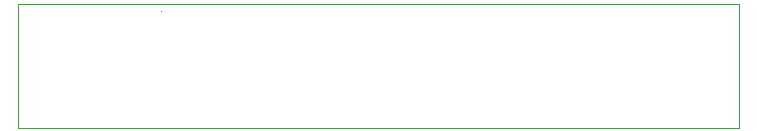
<source format=gbr>
%TF.GenerationSoftware,KiCad,Pcbnew,9.0.6*%
%TF.CreationDate,2026-01-30T22:56:41+01:00*%
%TF.ProjectId,fed_training_1,6665645f-7472-4616-996e-696e675f312e,rev?*%
%TF.SameCoordinates,Original*%
%TF.FileFunction,Profile,NP*%
%FSLAX46Y46*%
G04 Gerber Fmt 4.6, Leading zero omitted, Abs format (unit mm)*
G04 Created by KiCad (PCBNEW 9.0.6) date 2026-01-30 22:56:41*
%MOMM*%
%LPD*%
G01*
G04 APERTURE LIST*
%TA.AperFunction,Profile*%
%ADD10C,0.050000*%
%TD*%
%ADD11C,0.050000*%
G04 APERTURE END LIST*
D10*
X118110000Y-100000000D02*
X118110000Y-89500000D01*
X179110000Y-100000000D02*
X118110000Y-100000000D01*
X179110000Y-95000000D02*
X179110000Y-89500000D01*
X179110000Y-100000000D02*
X179110000Y-95000000D01*
X118110000Y-89500000D02*
X179110000Y-89500000D01*
D11*
X130175000Y-90170000D02*
X130175000Y-90170000D01*
M02*

</source>
